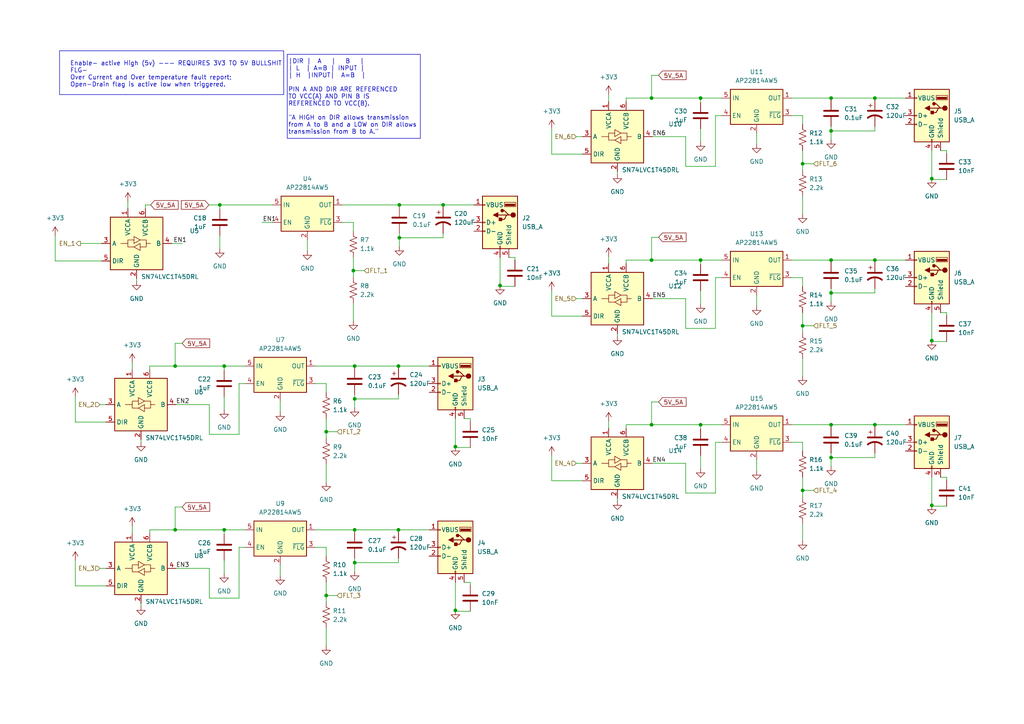
<source format=kicad_sch>
(kicad_sch (version 20230121) (generator eeschema)
  (paper "A4")
  (lib_symbols
    (symbol "Connector:USB_A" (pin_names (offset 1.016))
      (property "Reference" "J" (at -5.08 11.43 0))
      (property "Value" "USB_A" (at -5.08 8.89 0))
      (symbol "USB_A_0_1"
        (rectangle (start -5.08 -7.62) (end 5.08 7.62) (stroke (width 0.254)) (fill (type background)))
        (circle (center -3.81 2.159) (radius 0.635) (stroke (width 0.254)) (fill (type outline)))
        (rectangle (start -1.524 4.826) (end -4.318 5.334) (fill (type outline)))
        (rectangle (start -1.27 4.572) (end -4.572 5.842))
        (circle (center -0.635 3.429) (radius 0.381) (stroke (width 0.254)) (fill (type outline)))
        (rectangle (start -0.127 -7.62) (end 0.127 -6.858))
        (polyline (pts (xy -3.175 2.159) (xy -2.54 2.159) (xy -1.27 3.429) (xy -0.635 3.429)) (stroke (width 0.254)))
        (polyline (pts (xy -2.54 2.159) (xy -1.905 2.159) (xy -1.27 0.889) (xy 0 0.889)) (stroke (width 0.254)))
        (polyline (pts (xy 0.635 2.794) (xy 0.635 1.524) (xy 1.905 2.159) (xy 0.635 2.794)) (stroke (width 0.254)) (fill (type outline)))
        (rectangle (start 0.254 1.27) (end -0.508 0.508) (stroke (width 0.254)) (fill (type outline)))
        (rectangle (start 5.08 -2.667) (end 4.318 -2.413))
        (rectangle (start 5.08 -0.127) (end 4.318 0.127))
        (rectangle (start 5.08 4.953) (end 4.318 5.207))
      )
      (symbol "USB_A_1_1"
        (polyline (pts (xy -1.905 2.159) (xy 0.635 2.159)) (stroke (width 0.254)))
        (pin power_in line (at 7.62 5.08 180) (length 2.54) (name "VBUS") (number "1"))
        (pin bidirectional line (at 7.62 -2.54 180) (length 2.54) (name "D-") (number "2"))
        (pin bidirectional line (at 7.62 0 180) (length 2.54) (name "D+") (number "3"))
        (pin power_in line (at 0 -10.16 90) (length 2.54) (name "GND") (number "4"))
        (pin passive line (at -2.54 -10.16 90) (length 2.54) (name "Shield") (number "5"))
      )
    )
    (symbol "Device:C" (pin_numbers hide) (pin_names (offset 0.254))
      (property "Reference" "C" (at 0.635 2.54 0))
      (property "Value" "C" (at 0.635 -2.54 0))
      (symbol "C_0_1"
        (polyline (pts (xy -2.032 -0.762) (xy 2.032 -0.762)) (stroke (width 0.508)))
        (polyline (pts (xy -2.032 0.762) (xy 2.032 0.762)) (stroke (width 0.508)))
      )
      (symbol "C_1_1"
        (pin passive line (at 0 3.81 270) (length 2.794) (name "~") (number "1"))
        (pin passive line (at 0 -3.81 90) (length 2.794) (name "~") (number "2"))
      )
    )
    (symbol "Device:C_Polarized_US" (pin_numbers hide) (pin_names (offset 0.254) hide)
      (property "Reference" "C" (at 0.635 2.54 0))
      (property "Value" "C_Polarized_US" (at 0.635 -2.54 0))
      (symbol "C_Polarized_US_0_1"
        (polyline (pts (xy -2.032 0.762) (xy 2.032 0.762)) (stroke (width 0.508)))
        (polyline (pts (xy -1.778 2.286) (xy -0.762 2.286)))
        (polyline (pts (xy -1.27 1.778) (xy -1.27 2.794)))
        (arc (start 2.032 -1.27) (mid 0 -0.5572) (end -2.032 -1.27) (stroke (width 0.508)))
      )
      (symbol "C_Polarized_US_1_1"
        (pin passive line (at 0 3.81 270) (length 2.794) (name "~") (number "1"))
        (pin passive line (at 0 -3.81 90) (length 3.302) (name "~") (number "2"))
      )
    )
    (symbol "Device:R_US" (pin_numbers hide) (pin_names (offset 0))
      (property "Reference" "R" (at 2.54 0 90))
      (property "Value" "R_US" (at -2.54 0 90))
      (symbol "R_US_0_1"
        (polyline (pts (xy 0 -2.286) (xy 0 -2.54)))
        (polyline (pts (xy 0 2.286) (xy 0 2.54)))
        (polyline (pts (xy 0 -0.762) (xy 1.016 -1.143) (xy 0 -1.524) (xy -1.016 -1.905) (xy 0 -2.286)))
        (polyline (pts (xy 0 0.762) (xy 1.016 0.381) (xy 0 0) (xy -1.016 -0.381) (xy 0 -0.762)))
        (polyline (pts (xy 0 2.286) (xy 1.016 1.905) (xy 0 1.524) (xy -1.016 1.143) (xy 0 0.762)))
      )
      (symbol "R_US_1_1"
        (pin passive line (at 0 3.81 270) (length 1.27) (name "~") (number "1"))
        (pin passive line (at 0 -3.81 90) (length 1.27) (name "~") (number "2"))
      )
    )
    (symbol "Logic_LevelTranslator:SN74LVC1T45DRL"
      (property "Reference" "U" (at -6.35 8.89 0))
      (property "Value" "SN74LVC1T45DRL" (at 3.81 8.89 0))
      (symbol "SN74LVC1T45DRL_0_1"
        (rectangle (start -7.62 7.62) (end 7.62 -7.62) (stroke (width 0.254)) (fill (type background)))
        (polyline (pts (xy -2.54 0) (xy -2.54 1.016) (xy -0.762 1.016)))
        (polyline (pts (xy 2.794 0) (xy 2.794 -1.016) (xy 1.016 -1.016)))
        (polyline (pts (xy -0.762 -1.016) (xy -2.54 -1.016) (xy -2.54 0) (xy -4.572 0)))
        (polyline (pts (xy -0.762 0) (xy -0.762 2.032) (xy 1.016 1.016) (xy -0.762 0)))
        (polyline (pts (xy 1.016 1.016) (xy 2.794 1.016) (xy 2.794 0) (xy 4.064 0)))
        (polyline (pts (xy 1.016 0) (xy 1.016 -1.778) (xy 1.016 -2.032) (xy -0.762 -1.016) (xy 1.016 0)))
      )
      (symbol "SN74LVC1T45DRL_1_1"
        (pin power_in line (at -2.54 10.16 270) (length 2.54) (name "VCCA") (number "1"))
        (pin power_in line (at 0 -10.16 90) (length 2.54) (name "GND") (number "2"))
        (pin bidirectional line (at -10.16 0 0) (length 2.54) (name "A") (number "3"))
        (pin bidirectional line (at 10.16 0 180) (length 2.54) (name "B") (number "4"))
        (pin input line (at -10.16 -5.08 0) (length 2.54) (name "DIR") (number "5"))
        (pin power_in line (at 2.54 10.16 270) (length 2.54) (name "VCCB") (number "6"))
      )
    )
    (symbol "Power_Management:AP22814AW5"
      (property "Reference" "U" (at -7.62 -6.35 0))
      (property "Value" "AP22814AW5" (at -7.62 6.35 0))
      (symbol "AP22814AW5_0_1"
        (rectangle (start -7.62 5.08) (end 7.62 -5.08) (stroke (width 0.254)) (fill (type background)))
      )
      (symbol "AP22814AW5_1_1"
        (pin power_out line (at 10.16 2.54 180) (length 2.54) (name "OUT") (number "1"))
        (pin power_in line (at 0 -7.62 90) (length 2.54) (name "GND") (number "2"))
        (pin open_collector line (at 10.16 -2.54 180) (length 2.54) (name "~{FLG}") (number "3"))
        (pin input line (at -10.16 -2.54 0) (length 2.54) (name "EN") (number "4"))
        (pin power_in line (at -10.16 2.54 0) (length 2.54) (name "IN") (number "5"))
      )
    )
    (symbol "power:+3V3" (power) (pin_names (offset 0))
      (property "Value" "+3V3" (at 0 3.556 0))
      (symbol "+3V3_0_1"
        (polyline (pts (xy -0.762 1.27) (xy 0 2.54)))
        (polyline (pts (xy 0 0) (xy 0 2.54)))
        (polyline (pts (xy 0 2.54) (xy 0.762 1.27)))
      )
      (symbol "+3V3_1_1"
        (pin power_in line (at 0 0 90) (length 0) hide (name "+3V3") (number "1"))
      )
    )
    (symbol "power:GND" (power) (pin_names (offset 0))
      (property "Value" "GND" (at 0 -3.81 0))
      (symbol "GND_0_1"
        (polyline (pts (xy 0 0) (xy 0 -1.27) (xy 1.27 -1.27) (xy 0 -2.54) (xy -1.27 -1.27) (xy 0 -1.27)))
      )
      (symbol "GND_1_1"
        (pin power_in line (at 0 0 270) (length 0) hide (name "GND") (number "1"))
      )
    )
  )
  (junction (at 203.2 123.19))
  (junction (at 102.489 78.486))
  (junction (at 102.87 115.697))
  (junction (at 241.046 132.715))
  (junction (at 232.791 94.488))
  (junction (at 270.256 98.806))
  (junction (at 232.791 47.498))
  (junction (at 65.024 106.172))
  (junction (at 232.791 142.24))
  (junction (at 115.57 153.67))
  (junction (at 241.046 123.19))
  (junction (at 241.046 84.963))
  (junction (at 115.824 59.436))
  (junction (at 270.256 51.816))
  (junction (at 241.046 75.438))
  (junction (at 102.87 106.172))
  (junction (at 188.976 75.438))
  (junction (at 94.615 172.72))
  (junction (at 94.615 125.222))
  (junction (at 203.2 75.438))
  (junction (at 65.024 153.67))
  (junction (at 145.034 82.804))
  (junction (at 128.524 59.436))
  (junction (at 132.08 129.54))
  (junction (at 50.8 106.172))
  (junction (at 115.824 68.961))
  (junction (at 115.57 106.172))
  (junction (at 203.2 28.448))
  (junction (at 132.08 177.038))
  (junction (at 253.746 28.448))
  (junction (at 102.87 153.67))
  (junction (at 241.046 37.973))
  (junction (at 50.8 153.67))
  (junction (at 188.976 28.448))
  (junction (at 188.976 123.19))
  (junction (at 253.746 75.438))
  (junction (at 63.754 59.436))
  (junction (at 241.046 28.448))
  (junction (at 270.256 146.558))
  (junction (at 102.87 163.195))
  (junction (at 253.746 123.19))
  (wire (pts (xy 91.44 153.67) (xy 102.87 153.67)))
  (wire (pts (xy 168.91 91.694) (xy 160.02 91.694)))
  (wire (pts (xy 253.746 76.073) (xy 253.746 75.438)))
  (wire (pts (xy 115.824 59.436) (xy 115.824 60.071)))
  (wire (pts (xy 65.024 106.172) (xy 71.12 106.172)))
  (wire (pts (xy 241.046 84.963) (xy 253.746 84.963)))
  (wire (pts (xy 241.046 84.963) (xy 241.046 87.503)))
  (wire (pts (xy 229.616 75.438) (xy 241.046 75.438)))
  (wire (pts (xy 209.296 33.528) (xy 207.518 33.528)))
  (wire (pts (xy 136.398 168.91) (xy 136.398 169.672)))
  (wire (pts (xy 147.574 74.676) (xy 149.352 74.676)))
  (wire (pts (xy 274.574 52.07) (xy 270.256 52.07)))
  (wire (pts (xy 209.296 128.27) (xy 207.518 128.27)))
  (wire (pts (xy 241.046 132.715) (xy 253.746 132.715)))
  (wire (pts (xy 181.61 29.464) (xy 181.61 28.448)))
  (wire (pts (xy 207.518 48.26) (xy 198.882 48.26)))
  (wire (pts (xy 270.256 90.678) (xy 270.256 98.806)))
  (wire (pts (xy 65.024 115.062) (xy 65.024 118.872)))
  (wire (pts (xy 241.046 37.973) (xy 241.046 40.513)))
  (wire (pts (xy 241.046 37.973) (xy 253.746 37.973)))
  (wire (pts (xy 219.456 38.608) (xy 219.456 41.783)))
  (wire (pts (xy 207.518 143.002) (xy 198.882 143.002)))
  (wire (pts (xy 69.342 125.984) (xy 60.706 125.984)))
  (wire (pts (xy 272.796 138.43) (xy 274.574 138.43)))
  (wire (pts (xy 203.2 75.438) (xy 203.2 76.708)))
  (wire (pts (xy 60.706 164.846) (xy 51.054 164.846)))
  (wire (pts (xy 16.002 68.326) (xy 16.002 75.692)))
  (wire (pts (xy 91.44 111.252) (xy 94.615 111.252)))
  (wire (pts (xy 21.844 115.062) (xy 21.844 122.428)))
  (wire (pts (xy 241.046 132.715) (xy 241.046 135.255)))
  (wire (pts (xy 52.832 99.568) (xy 50.8 99.568)))
  (wire (pts (xy 181.61 76.454) (xy 181.61 75.438)))
  (wire (pts (xy 102.87 163.195) (xy 115.57 163.195)))
  (wire (pts (xy 232.791 90.678) (xy 232.791 94.488)))
  (wire (pts (xy 179.07 96.774) (xy 179.07 97.536)))
  (wire (pts (xy 102.489 78.486) (xy 102.489 80.391)))
  (wire (pts (xy 132.08 129.794) (xy 132.08 129.54)))
  (wire (pts (xy 94.615 125.222) (xy 97.79 125.222)))
  (wire (pts (xy 65.024 153.67) (xy 71.12 153.67)))
  (wire (pts (xy 241.046 36.703) (xy 241.046 37.973)))
  (wire (pts (xy 63.754 59.436) (xy 63.754 60.706)))
  (wire (pts (xy 168.91 139.446) (xy 160.02 139.446)))
  (wire (pts (xy 42.164 60.452) (xy 42.164 59.436)))
  (wire (pts (xy 115.824 67.691) (xy 115.824 68.961)))
  (wire (pts (xy 50.8 153.67) (xy 65.024 153.67)))
  (wire (pts (xy 191.008 116.586) (xy 188.976 116.586)))
  (wire (pts (xy 21.844 162.56) (xy 21.844 169.926)))
  (wire (pts (xy 71.12 111.252) (xy 69.342 111.252)))
  (wire (pts (xy 52.832 147.066) (xy 50.8 147.066)))
  (wire (pts (xy 94.615 158.75) (xy 94.615 161.29)))
  (wire (pts (xy 91.44 158.75) (xy 94.615 158.75)))
  (wire (pts (xy 160.02 37.338) (xy 160.02 44.704)))
  (wire (pts (xy 50.8 147.066) (xy 50.8 153.67)))
  (wire (pts (xy 270.256 99.06) (xy 270.256 98.806)))
  (wire (pts (xy 160.02 84.328) (xy 160.02 91.694)))
  (wire (pts (xy 30.734 122.428) (xy 21.844 122.428)))
  (wire (pts (xy 102.489 64.516) (xy 102.489 67.056)))
  (wire (pts (xy 203.2 132.08) (xy 203.2 135.89)))
  (wire (pts (xy 181.61 75.438) (xy 188.976 75.438)))
  (wire (pts (xy 29.464 75.692) (xy 16.002 75.692)))
  (wire (pts (xy 232.791 104.013) (xy 232.791 109.093)))
  (wire (pts (xy 94.615 121.412) (xy 94.615 125.222)))
  (wire (pts (xy 272.796 90.678) (xy 274.574 90.678)))
  (wire (pts (xy 65.024 153.67) (xy 65.024 154.94)))
  (wire (pts (xy 69.342 173.482) (xy 60.706 173.482)))
  (wire (pts (xy 272.796 43.688) (xy 274.574 43.688)))
  (wire (pts (xy 270.256 52.07) (xy 270.256 51.816)))
  (wire (pts (xy 94.615 134.747) (xy 94.615 139.827)))
  (wire (pts (xy 60.706 117.348) (xy 51.054 117.348)))
  (wire (pts (xy 229.616 33.528) (xy 232.791 33.528)))
  (wire (pts (xy 181.61 124.206) (xy 181.61 123.19)))
  (wire (pts (xy 270.256 138.43) (xy 270.256 146.558)))
  (wire (pts (xy 188.976 123.19) (xy 203.2 123.19)))
  (wire (pts (xy 167.132 39.624) (xy 168.91 39.624)))
  (wire (pts (xy 60.706 125.984) (xy 60.706 117.348)))
  (wire (pts (xy 60.579 59.436) (xy 63.754 59.436)))
  (wire (pts (xy 75.946 64.516) (xy 78.994 64.516)))
  (wire (pts (xy 102.87 153.67) (xy 102.87 154.305)))
  (wire (pts (xy 136.398 129.794) (xy 132.08 129.794)))
  (wire (pts (xy 203.2 37.338) (xy 203.2 41.148)))
  (wire (pts (xy 99.314 59.436) (xy 115.824 59.436)))
  (wire (pts (xy 43.434 107.188) (xy 43.434 106.172)))
  (wire (pts (xy 99.314 64.516) (xy 102.489 64.516)))
  (wire (pts (xy 232.791 33.528) (xy 232.791 36.068)))
  (wire (pts (xy 69.342 111.252) (xy 69.342 125.984)))
  (wire (pts (xy 43.434 153.67) (xy 50.8 153.67)))
  (wire (pts (xy 71.12 158.75) (xy 69.342 158.75)))
  (wire (pts (xy 188.976 68.834) (xy 188.976 75.438)))
  (wire (pts (xy 241.046 123.19) (xy 241.046 123.825)))
  (wire (pts (xy 191.008 68.834) (xy 188.976 68.834)))
  (wire (pts (xy 39.624 80.772) (xy 39.624 81.534)))
  (wire (pts (xy 270.256 43.688) (xy 270.256 51.816)))
  (wire (pts (xy 23.368 70.612) (xy 29.464 70.612)))
  (wire (pts (xy 134.62 121.412) (xy 136.398 121.412)))
  (wire (pts (xy 102.87 161.925) (xy 102.87 163.195)))
  (wire (pts (xy 102.489 78.486) (xy 105.664 78.486)))
  (wire (pts (xy 229.616 80.518) (xy 232.791 80.518)))
  (wire (pts (xy 94.615 172.72) (xy 94.615 174.625)))
  (wire (pts (xy 232.791 142.24) (xy 235.966 142.24)))
  (wire (pts (xy 81.28 163.83) (xy 81.28 167.005)))
  (wire (pts (xy 241.046 123.19) (xy 253.746 123.19)))
  (wire (pts (xy 203.2 123.19) (xy 209.296 123.19)))
  (wire (pts (xy 253.746 83.693) (xy 253.746 84.963)))
  (wire (pts (xy 89.154 69.596) (xy 89.154 72.771)))
  (wire (pts (xy 188.976 28.448) (xy 203.2 28.448)))
  (wire (pts (xy 188.976 21.844) (xy 188.976 28.448)))
  (wire (pts (xy 232.791 94.488) (xy 235.966 94.488)))
  (wire (pts (xy 232.791 142.24) (xy 232.791 144.145)))
  (wire (pts (xy 207.518 95.25) (xy 198.882 95.25)))
  (wire (pts (xy 94.615 125.222) (xy 94.615 127.127)))
  (wire (pts (xy 253.746 28.448) (xy 262.636 28.448)))
  (wire (pts (xy 274.574 43.688) (xy 274.574 44.45)))
  (wire (pts (xy 102.87 106.172) (xy 115.57 106.172)))
  (wire (pts (xy 136.398 121.412) (xy 136.398 122.174)))
  (wire (pts (xy 188.976 75.438) (xy 203.2 75.438)))
  (wire (pts (xy 42.164 59.436) (xy 43.688 59.436)))
  (wire (pts (xy 274.574 146.812) (xy 270.256 146.812)))
  (wire (pts (xy 49.784 70.612) (xy 52.832 70.612)))
  (wire (pts (xy 241.046 83.693) (xy 241.046 84.963)))
  (wire (pts (xy 65.024 106.172) (xy 65.024 107.442)))
  (wire (pts (xy 102.489 88.011) (xy 102.489 93.091)))
  (wire (pts (xy 94.615 168.91) (xy 94.615 172.72)))
  (wire (pts (xy 115.57 154.305) (xy 115.57 153.67)))
  (wire (pts (xy 38.354 152.654) (xy 38.354 154.686)))
  (wire (pts (xy 102.87 114.427) (xy 102.87 115.697)))
  (wire (pts (xy 102.87 163.195) (xy 102.87 165.735)))
  (wire (pts (xy 203.2 75.438) (xy 209.296 75.438)))
  (wire (pts (xy 167.132 134.366) (xy 168.91 134.366)))
  (wire (pts (xy 191.008 21.844) (xy 188.976 21.844)))
  (wire (pts (xy 37.084 58.42) (xy 37.084 60.452)))
  (wire (pts (xy 132.08 121.412) (xy 132.08 129.54)))
  (wire (pts (xy 241.046 75.438) (xy 253.746 75.438)))
  (wire (pts (xy 38.354 105.156) (xy 38.354 107.188)))
  (wire (pts (xy 181.61 123.19) (xy 188.976 123.19)))
  (wire (pts (xy 232.791 151.765) (xy 232.791 156.845)))
  (wire (pts (xy 176.53 74.422) (xy 176.53 76.454)))
  (wire (pts (xy 115.57 161.925) (xy 115.57 163.195)))
  (wire (pts (xy 232.791 94.488) (xy 232.791 96.393)))
  (wire (pts (xy 232.791 57.023) (xy 232.791 62.103)))
  (wire (pts (xy 203.2 28.448) (xy 203.2 29.718)))
  (wire (pts (xy 136.398 177.292) (xy 132.08 177.292)))
  (wire (pts (xy 198.882 143.002) (xy 198.882 134.366)))
  (wire (pts (xy 203.2 28.448) (xy 209.296 28.448)))
  (wire (pts (xy 270.256 146.812) (xy 270.256 146.558)))
  (wire (pts (xy 115.57 153.67) (xy 124.46 153.67)))
  (wire (pts (xy 102.87 106.172) (xy 102.87 106.807)))
  (wire (pts (xy 63.754 59.436) (xy 78.994 59.436)))
  (wire (pts (xy 28.956 164.846) (xy 30.734 164.846)))
  (wire (pts (xy 179.07 144.526) (xy 179.07 145.288)))
  (wire (pts (xy 207.518 80.518) (xy 207.518 95.25)))
  (wire (pts (xy 115.57 114.427) (xy 115.57 115.697)))
  (wire (pts (xy 241.046 131.445) (xy 241.046 132.715)))
  (wire (pts (xy 229.616 28.448) (xy 241.046 28.448)))
  (wire (pts (xy 209.296 80.518) (xy 207.518 80.518)))
  (wire (pts (xy 94.615 172.72) (xy 97.79 172.72)))
  (wire (pts (xy 43.434 154.686) (xy 43.434 153.67)))
  (wire (pts (xy 253.746 123.19) (xy 262.636 123.19)))
  (wire (pts (xy 232.791 43.688) (xy 232.791 47.498)))
  (wire (pts (xy 102.87 115.697) (xy 102.87 118.237)))
  (wire (pts (xy 198.882 86.614) (xy 189.23 86.614)))
  (wire (pts (xy 30.734 169.926) (xy 21.844 169.926)))
  (wire (pts (xy 229.616 123.19) (xy 241.046 123.19)))
  (wire (pts (xy 232.791 80.518) (xy 232.791 83.058)))
  (wire (pts (xy 94.615 111.252) (xy 94.615 113.792)))
  (wire (pts (xy 128.524 59.436) (xy 137.414 59.436)))
  (wire (pts (xy 115.57 106.172) (xy 124.46 106.172)))
  (wire (pts (xy 241.046 75.438) (xy 241.046 76.073)))
  (wire (pts (xy 145.034 74.676) (xy 145.034 82.804)))
  (wire (pts (xy 115.824 59.436) (xy 128.524 59.436)))
  (wire (pts (xy 168.91 44.704) (xy 160.02 44.704)))
  (wire (pts (xy 65.024 162.56) (xy 65.024 166.37)))
  (wire (pts (xy 274.574 138.43) (xy 274.574 139.192)))
  (wire (pts (xy 128.524 67.691) (xy 128.524 68.961)))
  (wire (pts (xy 232.791 47.498) (xy 235.966 47.498)))
  (wire (pts (xy 81.28 116.332) (xy 81.28 119.507)))
  (wire (pts (xy 253.746 36.703) (xy 253.746 37.973)))
  (wire (pts (xy 253.746 123.825) (xy 253.746 123.19)))
  (wire (pts (xy 253.746 131.445) (xy 253.746 132.715)))
  (wire (pts (xy 232.791 128.27) (xy 232.791 130.81)))
  (wire (pts (xy 134.62 168.91) (xy 136.398 168.91)))
  (wire (pts (xy 160.02 132.08) (xy 160.02 139.446)))
  (wire (pts (xy 132.08 168.91) (xy 132.08 177.038)))
  (wire (pts (xy 132.08 177.292) (xy 132.08 177.038)))
  (wire (pts (xy 128.524 60.071) (xy 128.524 59.436)))
  (wire (pts (xy 102.87 115.697) (xy 115.57 115.697)))
  (wire (pts (xy 50.8 106.172) (xy 65.024 106.172)))
  (wire (pts (xy 115.57 106.807) (xy 115.57 106.172)))
  (wire (pts (xy 253.746 75.438) (xy 262.636 75.438)))
  (wire (pts (xy 149.352 83.058) (xy 145.034 83.058)))
  (wire (pts (xy 181.61 28.448) (xy 188.976 28.448)))
  (wire (pts (xy 253.746 29.083) (xy 253.746 28.448)))
  (wire (pts (xy 50.8 99.568) (xy 50.8 106.172)))
  (wire (pts (xy 40.894 127.508) (xy 40.894 128.27)))
  (wire (pts (xy 149.352 74.676) (xy 149.352 75.438)))
  (wire (pts (xy 232.791 138.43) (xy 232.791 142.24)))
  (wire (pts (xy 241.046 28.448) (xy 241.046 29.083)))
  (wire (pts (xy 102.489 74.676) (xy 102.489 78.486)))
  (wire (pts (xy 232.791 47.498) (xy 232.791 49.403)))
  (wire (pts (xy 198.882 95.25) (xy 198.882 86.614)))
  (wire (pts (xy 167.132 86.614) (xy 168.91 86.614)))
  (wire (pts (xy 198.882 48.26) (xy 198.882 39.624)))
  (wire (pts (xy 115.824 68.961) (xy 115.824 71.501)))
  (wire (pts (xy 63.754 68.326) (xy 63.754 72.136)))
  (wire (pts (xy 229.616 128.27) (xy 232.791 128.27)))
  (wire (pts (xy 60.706 173.482) (xy 60.706 164.846)))
  (wire (pts (xy 207.518 33.528) (xy 207.518 48.26)))
  (wire (pts (xy 274.574 99.06) (xy 270.256 99.06)))
  (wire (pts (xy 94.615 182.245) (xy 94.615 187.325)))
  (wire (pts (xy 274.574 90.678) (xy 274.574 91.44)))
  (wire (pts (xy 102.87 153.67) (xy 115.57 153.67)))
  (wire (pts (xy 91.44 106.172) (xy 102.87 106.172)))
  (wire (pts (xy 28.956 117.348) (xy 30.734 117.348)))
  (wire (pts (xy 219.456 133.35) (xy 219.456 136.525)))
  (wire (pts (xy 203.2 84.328) (xy 203.2 88.138)))
  (wire (pts (xy 188.976 116.586) (xy 188.976 123.19)))
  (wire (pts (xy 198.882 134.366) (xy 189.23 134.366)))
  (wire (pts (xy 43.434 106.172) (xy 50.8 106.172)))
  (wire (pts (xy 219.456 85.598) (xy 219.456 88.773)))
  (wire (pts (xy 207.518 128.27) (xy 207.518 143.002)))
  (wire (pts (xy 241.046 28.448) (xy 253.746 28.448)))
  (wire (pts (xy 145.034 83.058) (xy 145.034 82.804)))
  (wire (pts (xy 176.53 27.432) (xy 176.53 29.464)))
  (wire (pts (xy 115.824 68.961) (xy 128.524 68.961)))
  (wire (pts (xy 176.53 122.174) (xy 176.53 124.206)))
  (wire (pts (xy 40.894 175.006) (xy 40.894 175.768)))
  (wire (pts (xy 179.07 49.784) (xy 179.07 50.546)))
  (wire (pts (xy 203.2 123.19) (xy 203.2 124.46)))
  (wire (pts (xy 69.342 158.75) (xy 69.342 173.482)))
  (wire (pts (xy 198.882 39.624) (xy 189.23 39.624)))
  (rectangle (start 83.312 15.748) (end 121.92 40.132))
  (rectangle (start 17.272 14.732) (end 82.296 27.432))
  (text "|DIR |  A   |   B   |\n| L  | A=B | INPUT |\n| H  |INPUT|  A=B  |\n\nPIN A AND DIR ARE REFERENCED\nTO VCC(A) AND PIN B IS \nREFERENCED TO VCC(B).\n\n\"A HIGH on DIR allows transmission\nfrom A to B and a LOW on DIR allows \ntransmission from B to A.\"" (at 83.566 39.116 0) (effects (font (size 1.27 1.27)) (justify left bottom)))
  (text "Enable- active High (5v) --- REQUIRES 3V3 TO 5V BULLSHIT\nFLG- \nOver Current and Over temperature fault report;\nOpen-Drain flag is active low when triggered." (at 20.32 25.4 0) (effects (font (size 1.27 1.27)) (justify left bottom)))
  (label "EN2" (at 51.054 117.348 0))
  (label "EN1" (at 76.2 64.516 0))
  (label "EN3" (at 51.054 164.846 0))
  (label "EN1" (at 50.292 70.612 0))
  (label "EN5" (at 189.23 86.614 0))
  (label "EN4" (at 189.23 134.366 0))
  (label "EN6" (at 189.23 39.624 0))
  (global_label "5V_5A" (shape input) (at 60.579 59.436 180) (property "Intersheetrefs" "${INTERSHEET_REFS}" (effects hide)))
  (global_label "5V_5A" (shape input) (at 43.688 59.436 0) (property "Intersheetrefs" "${INTERSHEET_REFS}" (effects hide)))
  (global_label "5V_5A" (shape input) (at 52.832 99.568 0) (property "Intersheetrefs" "${INTERSHEET_REFS}" (effects hide)))
  (global_label "5V_5A" (shape input) (at 191.008 21.844 0) (property "Intersheetrefs" "${INTERSHEET_REFS}" (effects hide)))
  (global_label "5V_5A" (shape input) (at 52.832 147.066 0) (property "Intersheetrefs" "${INTERSHEET_REFS}" (effects hide)))
  (global_label "5V_5A" (shape input) (at 191.008 68.834 0) (property "Intersheetrefs" "${INTERSHEET_REFS}" (effects hide)))
  (global_label "5V_5A" (shape input) (at 191.008 116.586 0) (property "Intersheetrefs" "${INTERSHEET_REFS}" (effects hide)))
  (hierarchical_label "FLT_6" (shape input) (at 235.966 47.498 0))
  (hierarchical_label "EN_5" (shape input) (at 167.132 86.614 180))
  (hierarchical_label "FLT_5" (shape input) (at 235.966 94.488 0))
  (hierarchical_label "FLT_3" (shape input) (at 97.79 172.72 0))
  (hierarchical_label "FLT_4" (shape input) (at 235.966 142.24 0))
  (hierarchical_label "EN_2" (shape input) (at 28.956 117.348 180))
  (hierarchical_label "FLT_1" (shape input) (at 105.664 78.486 0))
  (hierarchical_label "EN_4" (shape input) (at 167.132 134.366 180))
  (hierarchical_label "EN_1" (shape output) (at 23.368 70.612 180))
  (hierarchical_label "EN_3" (shape input) (at 28.956 164.846 180))
  (hierarchical_label "FLT_2" (shape input) (at 97.79 125.222 0))
  (hierarchical_label "EN_6" (shape input) (at 167.132 39.624 180))
  (symbol (lib_id "Logic_LevelTranslator:SN74LVC1T45DRL") (at 179.07 39.624 0) (unit 1)
    (property "Reference" "U10" (at 195.834 35.9761 0))
    (property "Value" "SN74LVC1T45DRL" (at 188.722 49.276 0))
    (property "Footprint" "Package_TO_SOT_SMD:SOT-563" (effects hide))
    (property "Datasheet" "http://www.ti.com/lit/ds/symlink/sn74lvc1t45.pdf" (effects hide))
  )
  (symbol (lib_id "Device:C") (at 102.87 158.115 0) (unit 1)
    (property "Reference" "C27" (at 106.68 156.845 0) (effects (justify left)))
    (property "Value" "0.1uF" (at 106.68 159.385 0) (effects (justify left)))
    (property "Footprint" "Capacitor_SMD:C_0603_1608Metric" (effects hide))
  )
  (symbol (lib_id "Device:C_Polarized_US") (at 253.746 79.883 0) (unit 1)
    (property "Reference" "C36" (at 256.921 77.978 0) (effects (justify left)))
    (property "Value" "120uF" (at 256.921 80.518 0) (effects (justify left)))
    (property "Footprint" "Capacitor_SMD:CP_Elec_5x5.9" (effects hide))
    (property "Datasheet" "https://api.pim.na.industrial.panasonic.com/file_stream/main/fileversion/3101" (effects hide))
    (property "PN" "EEE-FK1A121SR" (effects hide))
  )
  (symbol (lib_id "Logic_LevelTranslator:SN74LVC1T45DRL") (at 40.894 117.348 0) (unit 1)
    (property "Reference" "U6" (at 57.658 113.7001 0))
    (property "Value" "SN74LVC1T45DRL" (at 50.546 127 0))
    (property "Footprint" "Package_TO_SOT_SMD:SOT-563" (effects hide))
    (property "Datasheet" "http://www.ti.com/lit/ds/symlink/sn74lvc1t45.pdf" (effects hide))
  )
  (symbol (lib_id "power:GND") (at 102.87 118.237 0) (unit 1)
    (property "Reference" "#PWR029" (effects hide))
    (property "Value" "GND" (at 102.87 123.317 0))
  )
  (symbol (lib_id "power:GND") (at 94.615 187.325 0) (unit 1)
    (property "Reference" "#PWR036" (effects hide))
    (property "Value" "GND" (at 94.615 192.405 0))
  )
  (symbol (lib_id "Device:C_Polarized_US") (at 253.746 32.893 0) (unit 1)
    (property "Reference" "C32" (at 256.921 30.988 0) (effects (justify left)))
    (property "Value" "120uF" (at 256.921 33.528 0) (effects (justify left)))
    (property "Footprint" "Capacitor_SMD:CP_Elec_5x5.9" (effects hide))
    (property "Datasheet" "https://api.pim.na.industrial.panasonic.com/file_stream/main/fileversion/3101" (effects hide))
    (property "PN" "EEE-FK1A121SR" (effects hide))
  )
  (symbol (lib_id "power:GND") (at 270.256 146.558 0) (unit 1)
    (property "Reference" "#PWR062" (effects hide))
    (property "Value" "GND" (at 270.256 151.638 0))
  )
  (symbol (lib_id "power:+3V3") (at 160.02 132.08 0) (unit 1)
    (property "Reference" "#PWR055" (effects hide))
    (property "Value" "+3V3" (at 160.02 127 0))
  )
  (symbol (lib_id "Logic_LevelTranslator:SN74LVC1T45DRL") (at 179.07 134.366 0) (unit 1)
    (property "Reference" "U14" (at 195.834 130.7181 0))
    (property "Value" "SN74LVC1T45DRL" (at 188.722 144.018 0))
    (property "Footprint" "Package_TO_SOT_SMD:SOT-563" (effects hide))
    (property "Datasheet" "http://www.ti.com/lit/ds/symlink/sn74lvc1t45.pdf" (effects hide))
  )
  (symbol (lib_id "power:GND") (at 102.87 165.735 0) (unit 1)
    (property "Reference" "#PWR037" (effects hide))
    (property "Value" "GND" (at 102.87 170.815 0))
  )
  (symbol (lib_id "Connector:USB_A") (at 270.256 33.528 0) (mirror y) (unit 1)
    (property "Reference" "J5" (at 276.606 32.258 0) (effects (justify right)))
    (property "Value" "USB_A" (at 276.606 34.798 0) (effects (justify right)))
    (property "Footprint" "Connector_USB:USB_A_Molex_67643_Horizontal" (effects hide))
    (property "Datasheet" " ~" (effects hide))
  )
  (symbol (lib_id "Connector:USB_A") (at 132.08 158.75 0) (mirror y) (unit 1)
    (property "Reference" "J4" (at 138.43 157.48 0) (effects (justify right)))
    (property "Value" "USB_A" (at 138.43 160.02 0) (effects (justify right)))
    (property "Footprint" "Connector_USB:USB_A_Molex_67643_Horizontal" (effects hide))
    (property "Datasheet" " ~" (effects hide))
  )
  (symbol (lib_id "Device:C_Polarized_US") (at 253.746 127.635 0) (unit 1)
    (property "Reference" "C40" (at 256.921 125.73 0) (effects (justify left)))
    (property "Value" "120uF" (at 256.921 128.27 0) (effects (justify left)))
    (property "Footprint" "Capacitor_SMD:CP_Elec_5x5.9" (effects hide))
    (property "Datasheet" "https://api.pim.na.industrial.panasonic.com/file_stream/main/fileversion/3101" (effects hide))
    (property "PN" "EEE-FK1A121SR" (effects hide))
  )
  (symbol (lib_id "power:GND") (at 203.2 41.148 0) (unit 1)
    (property "Reference" "#PWR042" (effects hide))
    (property "Value" "GND" (at 203.2 46.228 0))
  )
  (symbol (lib_id "Device:C") (at 203.2 33.528 0) (mirror y) (unit 1)
    (property "Reference" "C30" (at 199.39 32.258 0) (effects (justify left)))
    (property "Value" "1uF" (at 199.39 34.798 0) (effects (justify left)))
    (property "Footprint" "Capacitor_SMD:C_0603_1608Metric" (effects hide))
  )
  (symbol (lib_id "Device:R_US") (at 232.791 39.878 0) (unit 1)
    (property "Reference" "R12" (at 234.696 38.608 0) (effects (justify left)))
    (property "Value" "1.1k" (at 234.696 41.148 0) (effects (justify left)))
    (property "Footprint" "Resistor_SMD:R_0603_1608Metric" (effects hide))
  )
  (symbol (lib_id "power:+3V3") (at 37.084 58.42 0) (unit 1)
    (property "Reference" "#PWR019" (effects hide))
    (property "Value" "+3V3" (at 37.084 53.34 0))
  )
  (symbol (lib_id "Device:C") (at 241.046 79.883 0) (unit 1)
    (property "Reference" "C35" (at 244.856 78.613 0) (effects (justify left)))
    (property "Value" "0.1uF" (at 244.856 81.153 0) (effects (justify left)))
    (property "Footprint" "Capacitor_SMD:C_0603_1608Metric" (effects hide))
  )
  (symbol (lib_id "Device:C") (at 65.024 158.75 0) (mirror y) (unit 1)
    (property "Reference" "C26" (at 61.214 157.48 0) (effects (justify left)))
    (property "Value" "1uF" (at 61.214 160.02 0) (effects (justify left)))
    (property "Footprint" "Capacitor_SMD:C_0603_1608Metric" (effects hide))
  )
  (symbol (lib_id "power:GND") (at 232.791 62.103 0) (unit 1)
    (property "Reference" "#PWR044" (effects hide))
    (property "Value" "GND" (at 232.791 67.183 0))
  )
  (symbol (lib_id "Power_Management:AP22814AW5") (at 89.154 61.976 0) (unit 1)
    (property "Reference" "U4" (at 89.154 51.816 0))
    (property "Value" "AP22814AW5" (at 89.154 54.356 0))
    (property "Footprint" "Package_TO_SOT_SMD:SOT-23-5" (effects hide))
    (property "Datasheet" "https://www.diodes.com/assets/Datasheets/AP22804_14.pdf" (effects hide))
  )
  (symbol (lib_id "Power_Management:AP22814AW5") (at 219.456 30.988 0) (unit 1)
    (property "Reference" "U11" (at 219.456 20.828 0))
    (property "Value" "AP22814AW5" (at 219.456 23.368 0))
    (property "Footprint" "Package_TO_SOT_SMD:SOT-23-5" (effects hide))
    (property "Datasheet" "https://www.diodes.com/assets/Datasheets/AP22804_14.pdf" (effects hide))
  )
  (symbol (lib_id "power:GND") (at 241.046 87.503 0) (unit 1)
    (property "Reference" "#PWR053" (effects hide))
    (property "Value" "GND" (at 241.046 92.583 0))
  )
  (symbol (lib_id "power:GND") (at 39.624 81.534 0) (unit 1)
    (property "Reference" "#PWR020" (effects hide))
    (property "Value" "GND" (at 39.624 86.614 0))
  )
  (symbol (lib_id "Device:C") (at 136.398 125.984 0) (unit 1)
    (property "Reference" "C25" (at 139.7 124.714 0) (effects (justify left)))
    (property "Value" "10nF" (at 139.7 127.254 0) (effects (justify left)))
    (property "Footprint" "Capacitor_SMD:C_0603_1608Metric" (effects hide))
  )
  (symbol (lib_id "Device:R_US") (at 232.791 134.62 0) (unit 1)
    (property "Reference" "R16" (at 234.696 133.35 0) (effects (justify left)))
    (property "Value" "1.1k" (at 234.696 135.89 0) (effects (justify left)))
    (property "Footprint" "Resistor_SMD:R_0603_1608Metric" (effects hide))
  )
  (symbol (lib_id "Connector:USB_A") (at 145.034 64.516 0) (mirror y) (unit 1)
    (property "Reference" "J2" (at 151.384 63.246 0) (effects (justify right)))
    (property "Value" "USB_A" (at 151.384 65.786 0) (effects (justify right)))
    (property "Footprint" "Connector_USB:USB_A_Molex_67643_Horizontal" (effects hide))
    (property "Datasheet" " ~" (effects hide))
  )
  (symbol (lib_id "Device:C") (at 274.574 95.25 0) (unit 1)
    (property "Reference" "C37" (at 277.876 93.98 0) (effects (justify left)))
    (property "Value" "10nF" (at 277.876 96.52 0) (effects (justify left)))
    (property "Footprint" "Capacitor_SMD:C_0603_1608Metric" (effects hide))
  )
  (symbol (lib_id "Power_Management:AP22814AW5") (at 219.456 125.73 0) (unit 1)
    (property "Reference" "U15" (at 219.456 115.57 0))
    (property "Value" "AP22814AW5" (at 219.456 118.11 0))
    (property "Footprint" "Package_TO_SOT_SMD:SOT-23-5" (effects hide))
    (property "Datasheet" "https://www.diodes.com/assets/Datasheets/AP22804_14.pdf" (effects hide))
  )
  (symbol (lib_id "Device:R_US") (at 102.489 70.866 0) (unit 1)
    (property "Reference" "R7" (at 104.394 69.596 0) (effects (justify left)))
    (property "Value" "1.1k" (at 104.394 72.136 0) (effects (justify left)))
    (property "Footprint" "Resistor_SMD:R_0603_1608Metric" (effects hide))
  )
  (symbol (lib_id "Connector:USB_A") (at 270.256 80.518 0) (mirror y) (unit 1)
    (property "Reference" "J6" (at 276.606 79.248 0) (effects (justify right)))
    (property "Value" "USB_A" (at 276.606 81.788 0) (effects (justify right)))
    (property "Footprint" "Connector_USB:USB_A_Molex_67643_Horizontal" (effects hide))
    (property "Datasheet" " ~" (effects hide))
  )
  (symbol (lib_id "Device:R_US") (at 102.489 84.201 0) (unit 1)
    (property "Reference" "R8" (at 104.394 82.931 0) (effects (justify left)))
    (property "Value" "2.2k" (at 104.394 85.471 0) (effects (justify left)))
    (property "Footprint" "Resistor_SMD:R_0603_1608Metric" (effects hide))
  )
  (symbol (lib_id "power:GND") (at 40.894 128.27 0) (unit 1)
    (property "Reference" "#PWR025" (effects hide))
    (property "Value" "GND" (at 40.894 133.35 0))
  )
  (symbol (lib_id "power:+3V3") (at 21.844 115.062 0) (unit 1)
    (property "Reference" "#PWR023" (effects hide))
    (property "Value" "+3V3" (at 21.844 109.982 0))
  )
  (symbol (lib_id "power:GND") (at 232.791 156.845 0) (unit 1)
    (property "Reference" "#PWR060" (effects hide))
    (property "Value" "GND" (at 232.791 161.925 0))
  )
  (symbol (lib_id "power:GND") (at 203.2 135.89 0) (unit 1)
    (property "Reference" "#PWR058" (effects hide))
    (property "Value" "GND" (at 203.2 140.97 0))
  )
  (symbol (lib_id "Device:R_US") (at 94.615 130.937 0) (unit 1)
    (property "Reference" "R9" (at 96.52 129.667 0) (effects (justify left)))
    (property "Value" "2.2k" (at 96.52 132.207 0) (effects (justify left)))
    (property "Footprint" "Resistor_SMD:R_0603_1608Metric" (effects hide))
  )
  (symbol (lib_id "power:GND") (at 145.034 82.804 0) (unit 1)
    (property "Reference" "#PWR021" (effects hide))
    (property "Value" "GND" (at 145.034 87.884 0))
  )
  (symbol (lib_id "Connector:USB_A") (at 132.08 111.252 0) (mirror y) (unit 1)
    (property "Reference" "J3" (at 138.43 109.982 0) (effects (justify right)))
    (property "Value" "USB_A" (at 138.43 112.522 0) (effects (justify right)))
    (property "Footprint" "Connector_USB:USB_A_Molex_67643_Horizontal" (effects hide))
    (property "Datasheet" " ~" (effects hide))
  )
  (symbol (lib_id "Device:R_US") (at 94.615 165.1 0) (unit 1)
    (property "Reference" "R10" (at 96.52 163.83 0) (effects (justify left)))
    (property "Value" "1.1k" (at 96.52 166.37 0) (effects (justify left)))
    (property "Footprint" "Resistor_SMD:R_0603_1608Metric" (effects hide))
  )
  (symbol (lib_id "Power_Management:AP22814AW5") (at 81.28 108.712 0) (unit 1)
    (property "Reference" "U7" (at 81.28 98.552 0))
    (property "Value" "AP22814AW5" (at 81.28 101.092 0))
    (property "Footprint" "Package_TO_SOT_SMD:SOT-23-5" (effects hide))
    (property "Datasheet" "https://www.diodes.com/assets/Datasheets/AP22804_14.pdf" (effects hide))
  )
  (symbol (lib_id "power:GND") (at 40.894 175.768 0) (unit 1)
    (property "Reference" "#PWR033" (effects hide))
    (property "Value" "GND" (at 40.894 180.848 0))
  )
  (symbol (lib_id "power:GND") (at 179.07 145.288 0) (unit 1)
    (property "Reference" "#PWR057" (effects hide))
    (property "Value" "GND" (at 179.07 150.368 0))
  )
  (symbol (lib_id "Device:C") (at 274.574 48.26 0) (unit 1)
    (property "Reference" "C33" (at 277.876 46.99 0) (effects (justify left)))
    (property "Value" "10nF" (at 277.876 49.53 0) (effects (justify left)))
    (property "Footprint" "Capacitor_SMD:C_0603_1608Metric" (effects hide))
  )
  (symbol (lib_id "power:GND") (at 270.256 51.816 0) (unit 1)
    (property "Reference" "#PWR046" (effects hide))
    (property "Value" "GND" (at 270.256 56.896 0))
  )
  (symbol (lib_id "power:+3V3") (at 38.354 105.156 0) (unit 1)
    (property "Reference" "#PWR024" (effects hide))
    (property "Value" "+3V3" (at 38.354 100.076 0))
  )
  (symbol (lib_id "Device:C") (at 274.574 143.002 0) (unit 1)
    (property "Reference" "C41" (at 277.876 141.732 0) (effects (justify left)))
    (property "Value" "10nF" (at 277.876 144.272 0) (effects (justify left)))
    (property "Footprint" "Capacitor_SMD:C_0603_1608Metric" (effects hide))
  )
  (symbol (lib_id "power:GND") (at 102.489 93.091 0) (unit 1)
    (property "Reference" "#PWR018" (effects hide))
    (property "Value" "GND" (at 102.489 98.171 0))
  )
  (symbol (lib_id "Device:C") (at 241.046 32.893 0) (unit 1)
    (property "Reference" "C31" (at 244.856 31.623 0) (effects (justify left)))
    (property "Value" "0.1uF" (at 244.856 34.163 0) (effects (justify left)))
    (property "Footprint" "Capacitor_SMD:C_0603_1608Metric" (effects hide))
  )
  (symbol (lib_id "Logic_LevelTranslator:SN74LVC1T45DRL") (at 40.894 164.846 0) (unit 1)
    (property "Reference" "U8" (at 57.658 161.1981 0))
    (property "Value" "SN74LVC1T45DRL" (at 50.546 174.498 0))
    (property "Footprint" "Package_TO_SOT_SMD:SOT-563" (effects hide))
    (property "Datasheet" "http://www.ti.com/lit/ds/symlink/sn74lvc1t45.pdf" (effects hide))
  )
  (symbol (lib_id "Device:C_Polarized_US") (at 128.524 63.881 0) (unit 1)
    (property "Reference" "C20" (at 131.699 61.976 0) (effects (justify left)))
    (property "Value" "120uF" (at 131.699 64.516 0) (effects (justify left)))
    (property "Footprint" "Capacitor_SMD:CP_Elec_5x5.9" (effects hide))
    (property "Datasheet" "https://api.pim.na.industrial.panasonic.com/file_stream/main/fileversion/3101" (effects hide))
    (property "PN" "EEE-FK1A121SR" (effects hide))
  )
  (symbol (lib_id "power:GND") (at 179.07 97.536 0) (unit 1)
    (property "Reference" "#PWR049" (effects hide))
    (property "Value" "GND" (at 179.07 102.616 0))
  )
  (symbol (lib_id "power:GND") (at 232.791 109.093 0) (unit 1)
    (property "Reference" "#PWR052" (effects hide))
    (property "Value" "GND" (at 232.791 114.173 0))
  )
  (symbol (lib_id "Device:R_US") (at 232.791 100.203 0) (unit 1)
    (property "Reference" "R15" (at 234.696 98.933 0) (effects (justify left)))
    (property "Value" "2.2k" (at 234.696 101.473 0) (effects (justify left)))
    (property "Footprint" "Resistor_SMD:R_0603_1608Metric" (effects hide))
  )
  (symbol (lib_id "Power_Management:AP22814AW5") (at 81.28 156.21 0) (unit 1)
    (property "Reference" "U9" (at 81.28 146.05 0))
    (property "Value" "AP22814AW5" (at 81.28 148.59 0))
    (property "Footprint" "Package_TO_SOT_SMD:SOT-23-5" (effects hide))
    (property "Datasheet" "https://www.diodes.com/assets/Datasheets/AP22804_14.pdf" (effects hide))
  )
  (symbol (lib_id "power:GND") (at 132.08 129.54 0) (unit 1)
    (property "Reference" "#PWR030" (effects hide))
    (property "Value" "GND" (at 132.08 134.62 0))
  )
  (symbol (lib_id "Power_Management:AP22814AW5") (at 219.456 77.978 0) (unit 1)
    (property "Reference" "U13" (at 219.456 67.818 0))
    (property "Value" "AP22814AW5" (at 219.456 70.358 0))
    (property "Footprint" "Package_TO_SOT_SMD:SOT-23-5" (effects hide))
    (property "Datasheet" "https://www.diodes.com/assets/Datasheets/AP22804_14.pdf" (effects hide))
  )
  (symbol (lib_id "power:GND") (at 132.08 177.038 0) (unit 1)
    (property "Reference" "#PWR038" (effects hide))
    (property "Value" "GND" (at 132.08 182.118 0))
  )
  (symbol (lib_id "Device:C") (at 203.2 80.518 0) (mirror y) (unit 1)
    (property "Reference" "C34" (at 199.39 79.248 0) (effects (justify left)))
    (property "Value" "1uF" (at 199.39 81.788 0) (effects (justify left)))
    (property "Footprint" "Capacitor_SMD:C_0603_1608Metric" (effects hide))
  )
  (symbol (lib_id "power:GND") (at 241.046 40.513 0) (unit 1)
    (property "Reference" "#PWR045" (effects hide))
    (property "Value" "GND" (at 241.046 45.593 0))
  )
  (symbol (lib_id "Device:R_US") (at 232.791 147.955 0) (unit 1)
    (property "Reference" "R17" (at 234.696 146.685 0) (effects (justify left)))
    (property "Value" "2.2k" (at 234.696 149.225 0) (effects (justify left)))
    (property "Footprint" "Resistor_SMD:R_0603_1608Metric" (effects hide))
  )
  (symbol (lib_id "Device:R_US") (at 232.791 53.213 0) (unit 1)
    (property "Reference" "R13" (at 234.696 51.943 0) (effects (justify left)))
    (property "Value" "2.2k" (at 234.696 54.483 0) (effects (justify left)))
    (property "Footprint" "Resistor_SMD:R_0603_1608Metric" (effects hide))
  )
  (symbol (lib_id "Device:C") (at 65.024 111.252 0) (mirror y) (unit 1)
    (property "Reference" "C22" (at 61.214 109.982 0) (effects (justify left)))
    (property "Value" "1uF" (at 61.214 112.522 0) (effects (justify left)))
    (property "Footprint" "Capacitor_SMD:C_0603_1608Metric" (effects hide))
  )
  (symbol (lib_id "power:+3V3") (at 176.53 27.432 0) (unit 1)
    (property "Reference" "#PWR040" (effects hide))
    (property "Value" "+3V3" (at 176.53 22.352 0))
  )
  (symbol (lib_id "Device:C") (at 115.824 63.881 0) (unit 1)
    (property "Reference" "C19" (at 119.634 62.611 0) (effects (justify left)))
    (property "Value" "0.1uF" (at 119.634 65.151 0) (effects (justify left)))
    (property "Footprint" "Capacitor_SMD:C_0603_1608Metric" (effects hide))
  )
  (symbol (lib_id "power:+3V3") (at 160.02 37.338 0) (unit 1)
    (property "Reference" "#PWR039" (effects hide))
    (property "Value" "+3V3" (at 160.02 32.258 0))
  )
  (symbol (lib_id "power:+3V3") (at 16.002 68.326 0) (unit 1)
    (property "Reference" "#PWR022" (effects hide))
    (property "Value" "+3V3" (at 16.002 63.246 0))
  )
  (symbol (lib_id "power:+3V3") (at 160.02 84.328 0) (unit 1)
    (property "Reference" "#PWR047" (effects hide))
    (property "Value" "+3V3" (at 160.02 79.248 0))
  )
  (symbol (lib_id "power:GND") (at 89.154 72.771 0) (unit 1)
    (property "Reference" "#PWR016" (effects hide))
    (property "Value" "GND" (at 89.154 77.851 0))
  )
  (symbol (lib_id "Logic_LevelTranslator:SN74LVC1T45DRL") (at 179.07 86.614 0) (unit 1)
    (property "Reference" "U12" (at 195.834 82.9661 0))
    (property "Value" "SN74LVC1T45DRL" (at 188.722 96.266 0))
    (property "Footprint" "Package_TO_SOT_SMD:SOT-563" (effects hide))
    (property "Datasheet" "http://www.ti.com/lit/ds/symlink/sn74lvc1t45.pdf" (effects hide))
  )
  (symbol (lib_id "Connector:USB_A") (at 270.256 128.27 0) (mirror y) (unit 1)
    (property "Reference" "J7" (at 276.606 127 0) (effects (justify right)))
    (property "Value" "USB_A" (at 276.606 129.54 0) (effects (justify right)))
    (property "Footprint" "Connector_USB:USB_A_Molex_67643_Horizontal" (effects hide))
    (property "Datasheet" " ~" (effects hide))
  )
  (symbol (lib_id "power:GND") (at 241.046 135.255 0) (unit 1)
    (property "Reference" "#PWR061" (effects hide))
    (property "Value" "GND" (at 241.046 140.335 0))
  )
  (symbol (lib_id "power:GND") (at 65.024 118.872 0) (unit 1)
    (property "Reference" "#PWR026" (effects hide))
    (property "Value" "GND" (at 65.024 123.952 0))
  )
  (symbol (lib_id "Device:C") (at 149.352 79.248 0) (unit 1)
    (property "Reference" "C21" (at 152.654 77.978 0) (effects (justify left)))
    (property "Value" "10nF" (at 152.654 80.518 0) (effects (justify left)))
    (property "Footprint" "Capacitor_SMD:C_0603_1608Metric" (effects hide))
  )
  (symbol (lib_id "Device:R_US") (at 232.791 86.868 0) (unit 1)
    (property "Reference" "R14" (at 234.696 85.598 0) (effects (justify left)))
    (property "Value" "1.1k" (at 234.696 88.138 0) (effects (justify left)))
    (property "Footprint" "Resistor_SMD:R_0603_1608Metric" (effects hide))
  )
  (symbol (lib_id "power:GND") (at 219.456 136.525 0) (unit 1)
    (property "Reference" "#PWR059" (effects hide))
    (property "Value" "GND" (at 219.456 141.605 0))
  )
  (symbol (lib_id "power:GND") (at 270.256 98.806 0) (unit 1)
    (property "Reference" "#PWR054" (effects hide))
    (property "Value" "GND" (at 270.256 103.886 0))
  )
  (symbol (lib_id "Device:C") (at 136.398 173.482 0) (unit 1)
    (property "Reference" "C29" (at 139.7 172.212 0) (effects (justify left)))
    (property "Value" "10nF" (at 139.7 174.752 0) (effects (justify left)))
    (property "Footprint" "Capacitor_SMD:C_0603_1608Metric" (effects hide))
  )
  (symbol (lib_id "power:+3V3") (at 176.53 74.422 0) (unit 1)
    (property "Reference" "#PWR048" (effects hide))
    (property "Value" "+3V3" (at 176.53 69.342 0))
  )
  (symbol (lib_id "power:GND") (at 94.615 139.827 0) (unit 1)
    (property "Reference" "#PWR028" (effects hide))
    (property "Value" "GND" (at 94.615 144.907 0))
  )
  (symbol (lib_id "Device:C") (at 102.87 110.617 0) (unit 1)
    (property "Reference" "C23" (at 106.68 109.347 0) (effects (justify left)))
    (property "Value" "0.1uF" (at 106.68 111.887 0) (effects (justify left)))
    (property "Footprint" "Capacitor_SMD:C_0603_1608Metric" (effects hide))
  )
  (symbol (lib_id "power:GND") (at 63.754 72.136 0) (unit 1)
    (property "Reference" "#PWR015" (effects hide))
    (property "Value" "GND" (at 63.754 77.216 0))
  )
  (symbol (lib_id "power:GND") (at 179.07 50.546 0) (unit 1)
    (property "Reference" "#PWR041" (effects hide))
    (property "Value" "GND" (at 179.07 55.626 0))
  )
  (symbol (lib_id "Device:C") (at 63.754 64.516 0) (mirror y) (unit 1)
    (property "Reference" "C18" (at 59.944 63.246 0) (effects (justify left)))
    (property "Value" "1uF" (at 59.944 65.786 0) (effects (justify left)))
    (property "Footprint" "Capacitor_SMD:C_0603_1608Metric" (effects hide))
  )
  (symbol (lib_id "Logic_LevelTranslator:SN74LVC1T45DRL") (at 39.624 70.612 0) (unit 1)
    (property "Reference" "U5" (at 56.388 66.9641 0))
    (property "Value" "SN74LVC1T45DRL" (at 49.276 80.264 0))
    (property "Footprint" "Package_TO_SOT_SMD:SOT-563" (effects hide))
    (property "Datasheet" "http://www.ti.com/lit/ds/symlink/sn74lvc1t45.pdf" (effects hide))
  )
  (symbol (lib_id "power:+3V3") (at 38.354 152.654 0) (unit 1)
    (property "Reference" "#PWR032" (effects hide))
    (property "Value" "+3V3" (at 38.354 147.574 0))
  )
  (symbol (lib_id "Device:C_Polarized_US") (at 115.57 110.617 0) (unit 1)
    (property "Reference" "C24" (at 118.745 108.712 0) (effects (justify left)))
    (property "Value" "120uF" (at 118.745 111.252 0) (effects (justify left)))
    (property "Footprint" "Capacitor_SMD:CP_Elec_5x5.9" (effects hide))
    (property "Datasheet" "https://api.pim.na.industrial.panasonic.com/file_stream/main/fileversion/3101" (effects hide))
    (property "PN" "EEE-FK1A121SR" (effects hide))
  )
  (symbol (lib_id "Device:R_US") (at 94.615 178.435 0) (unit 1)
    (property "Reference" "R11" (at 96.52 177.165 0) (effects (justify left)))
    (property "Value" "2.2k" (at 96.52 179.705 0) (effects (justify left)))
    (property "Footprint" "Resistor_SMD:R_0603_1608Metric" (effects hide))
  )
  (symbol (lib_id "power:GND") (at 203.2 88.138 0) (unit 1)
    (property "Reference" "#PWR050" (effects hide))
    (property "Value" "GND" (at 203.2 93.218 0))
  )
  (symbol (lib_id "power:GND") (at 81.28 167.005 0) (unit 1)
    (property "Reference" "#PWR035" (effects hide))
    (property "Value" "GND" (at 81.28 172.085 0))
  )
  (symbol (lib_id "power:GND") (at 219.456 88.773 0) (unit 1)
    (property "Reference" "#PWR051" (effects hide))
    (property "Value" "GND" (at 219.456 93.853 0))
  )
  (symbol (lib_id "power:GND") (at 81.28 119.507 0) (unit 1)
    (property "Reference" "#PWR027" (effects hide))
    (property "Value" "GND" (at 81.28 124.587 0))
  )
  (symbol (lib_id "power:+3V3") (at 21.844 162.56 0) (unit 1)
    (property "Reference" "#PWR031" (effects hide))
    (property "Value" "+3V3" (at 21.844 157.48 0))
  )
  (symbol (lib_id "Device:R_US") (at 94.615 117.602 0) (unit 1)
    (property "Reference" "R6" (at 96.52 116.332 0) (effects (justify left)))
    (property "Value" "1.1k" (at 96.52 118.872 0) (effects (justify left)))
    (property "Footprint" "Resistor_SMD:R_0603_1608Metric" (effects hide))
  )
  (symbol (lib_id "power:+3V3") (at 176.53 122.174 0) (unit 1)
    (property "Reference" "#PWR056" (effects hide))
    (property "Value" "+3V3" (at 176.53 117.094 0))
  )
  (symbol (lib_id "Device:C") (at 241.046 127.635 0) (unit 1)
    (property "Reference" "C39" (at 244.856 126.365 0) (effects (justify left)))
    (property "Value" "0.1uF" (at 244.856 128.905 0) (effects (justify left)))
    (property "Footprint" "Capacitor_SMD:C_0603_1608Metric" (effects hide))
  )
  (symbol (lib_id "power:GND") (at 115.824 71.501 0) (unit 1)
    (property "Reference" "#PWR017" (effects hide))
    (property "Value" "GND" (at 115.824 76.581 0))
  )
  (symbol (lib_id "power:GND") (at 65.024 166.37 0) (unit 1)
    (property "Reference" "#PWR034" (effects hide))
    (property "Value" "GND" (at 65.024 171.45 0))
  )
  (symbol (lib_id "Device:C") (at 203.2 128.27 0) (mirror y) (unit 1)
    (property "Reference" "C38" (at 199.39 127 0) (effects (justify left)))
    (property "Value" "1uF" (at 199.39 129.54 0) (effects (justify left)))
    (property "Footprint" "Capacitor_SMD:C_0603_1608Metric" (effects hide))
  )
  (symbol (lib_id "Device:C_Polarized_US") (at 115.57 158.115 0) (unit 1)
    (property "Reference" "C28" (at 118.745 156.21 0) (effects (justify left)))
    (property "Value" "120uF" (at 118.745 158.75 0) (effects (justify left)))
    (property "Footprint" "Capacitor_SMD:CP_Elec_5x5.9" (effects hide))
    (property "Datasheet" "https://api.pim.na.industrial.panasonic.com/file_stream/main/fileversion/3101" (effects hide))
    (property "PN" "EEE-FK1A121SR" (effects hide))
  )
  (symbol (lib_id "power:GND") (at 219.456 41.783 0) (unit 1)
    (property "Reference" "#PWR043" (effects hide))
    (property "Value" "GND" (at 219.456 46.863 0))
  )
)
</source>
